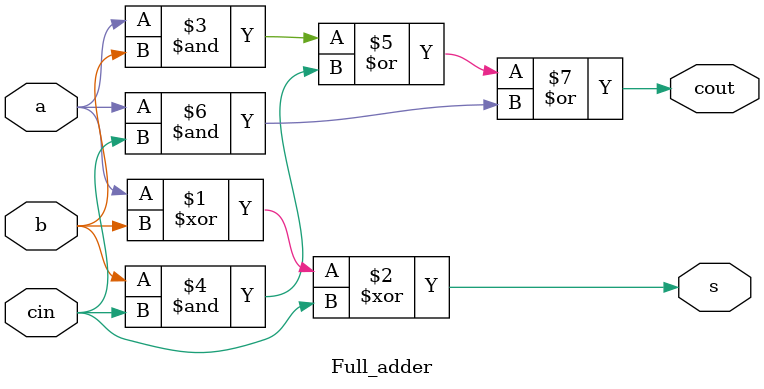
<source format=v>
`timescale 1ns / 1ps


module Full_adder(
    input a, b, cin,
    output s, cout
    );
    
assign s = a ^ b ^ cin;
assign cout = (a & b) | (b & cin) | (a & cin);
    
endmodule

</source>
